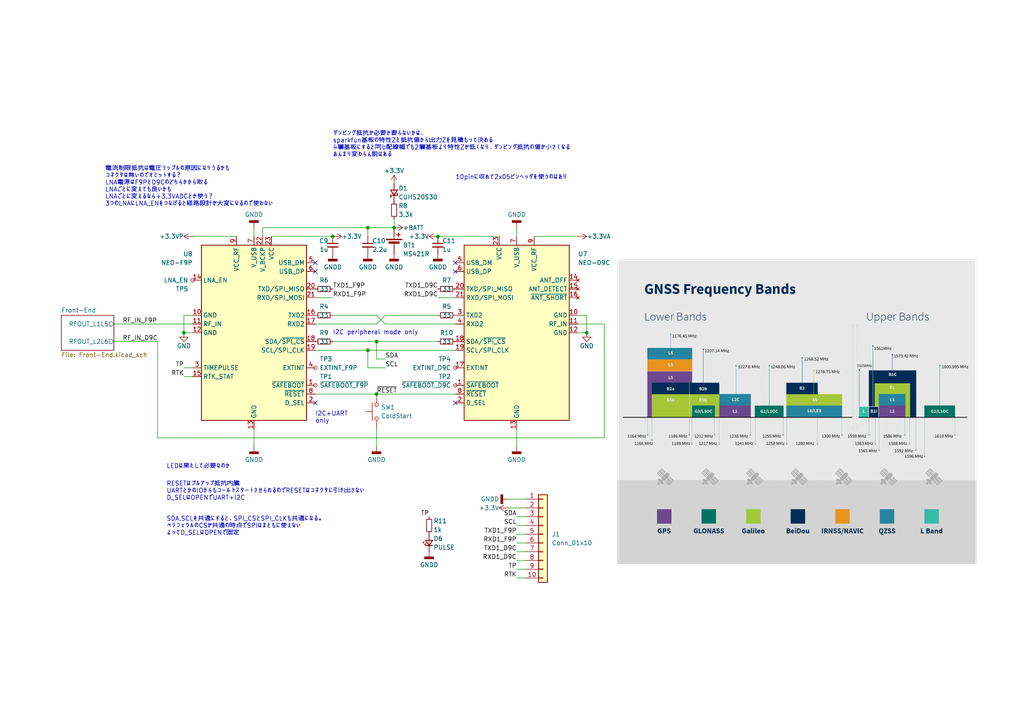
<source format=kicad_sch>
(kicad_sch (version 20231120) (generator "eeschema") (generator_version "8.0")
  (paper "A4")
  (lib_symbols
    (symbol "Connector:TestPoint_Small" (pin_numbers hide) (pin_names (offset 0.762) hide)
      (property "Reference" "TP" (at 0 3.81 0))
      (property "Value" "TestPoint_Small" (at 0 2.032 0))
      (symbol "TestPoint_Small_0_1"
        (circle (center 0 0) (radius 0.508))
      )
      (symbol "TestPoint_Small_1_1"
        (pin passive line (at 0 0 90) (length 0) (name "1") (number "1"))
      )
    )
    (symbol "Connector_Generic:Conn_01x10" (pin_names (offset 1.016) hide)
      (property "Reference" "J" (at 0 12.7 0))
      (property "Value" "Conn_01x10" (at 0 -15.24 0))
      (symbol "Conn_01x10_1_1"
        (rectangle (start -1.27 -12.573) (end 0 -12.827) (stroke (width 0.1524)))
        (rectangle (start -1.27 -10.033) (end 0 -10.287) (stroke (width 0.1524)))
        (rectangle (start -1.27 -7.493) (end 0 -7.747) (stroke (width 0.1524)))
        (rectangle (start -1.27 -4.953) (end 0 -5.207) (stroke (width 0.1524)))
        (rectangle (start -1.27 -2.413) (end 0 -2.667) (stroke (width 0.1524)))
        (rectangle (start -1.27 0.127) (end 0 -0.127) (stroke (width 0.1524)))
        (rectangle (start -1.27 2.667) (end 0 2.413) (stroke (width 0.1524)))
        (rectangle (start -1.27 5.207) (end 0 4.953) (stroke (width 0.1524)))
        (rectangle (start -1.27 7.747) (end 0 7.493) (stroke (width 0.1524)))
        (rectangle (start -1.27 10.287) (end 0 10.033) (stroke (width 0.1524)))
        (rectangle (start -1.27 11.43) (end 1.27 -13.97) (stroke (width 0.254)) (fill (type background)))
        (pin passive line (at -5.08 10.16 0) (length 3.81) (name "Pin_1") (number "1"))
        (pin passive line (at -5.08 -12.7 0) (length 3.81) (name "Pin_10") (number "10"))
        (pin passive line (at -5.08 7.62 0) (length 3.81) (name "Pin_2") (number "2"))
        (pin passive line (at -5.08 5.08 0) (length 3.81) (name "Pin_3") (number "3"))
        (pin passive line (at -5.08 2.54 0) (length 3.81) (name "Pin_4") (number "4"))
        (pin passive line (at -5.08 0 0) (length 3.81) (name "Pin_5") (number "5"))
        (pin passive line (at -5.08 -2.54 0) (length 3.81) (name "Pin_6") (number "6"))
        (pin passive line (at -5.08 -5.08 0) (length 3.81) (name "Pin_7") (number "7"))
        (pin passive line (at -5.08 -7.62 0) (length 3.81) (name "Pin_8") (number "8"))
        (pin passive line (at -5.08 -10.16 0) (length 3.81) (name "Pin_9") (number "9"))
      )
    )
    (symbol "Device:Battery_Cell" (pin_numbers hide) (pin_names (offset 0) hide)
      (property "Reference" "BT" (at 2.54 2.54 0))
      (property "Value" "Battery_Cell" (at 2.54 0 0))
      (symbol "Battery_Cell_0_1"
        (rectangle (start -2.286 1.778) (end 2.286 1.524) (fill (type outline)))
        (rectangle (start -1.524 1.016) (end 1.524 0.508) (fill (type outline)))
        (polyline (pts (xy 0 0.762) (xy 0 0)))
        (polyline (pts (xy 0 1.778) (xy 0 2.54)))
        (polyline (pts (xy 0.762 3.048) (xy 1.778 3.048)) (stroke (width 0.254)))
        (polyline (pts (xy 1.27 3.556) (xy 1.27 2.54)) (stroke (width 0.254)))
      )
      (symbol "Battery_Cell_1_1"
        (pin passive line (at 0 5.08 270) (length 2.54) (name "+") (number "1"))
        (pin passive line (at 0 -2.54 90) (length 2.54) (name "-") (number "2"))
      )
    )
    (symbol "Device:C_Small" (pin_numbers hide) (pin_names (offset 0.254) hide)
      (property "Reference" "C" (at 0.254 1.778 0))
      (property "Value" "C_Small" (at 0.254 -2.032 0))
      (symbol "C_Small_0_1"
        (polyline (pts (xy -1.524 -0.508) (xy 1.524 -0.508)) (stroke (width 0.3302)))
        (polyline (pts (xy -1.524 0.508) (xy 1.524 0.508)) (stroke (width 0.3048)))
      )
      (symbol "C_Small_1_1"
        (pin passive line (at 0 2.54 270) (length 2.032) (name "~") (number "1"))
        (pin passive line (at 0 -2.54 90) (length 2.032) (name "~") (number "2"))
      )
    )
    (symbol "Device:D_Schottky_Small" (pin_numbers hide) (pin_names (offset 0.254) hide)
      (property "Reference" "D" (at -1.27 2.032 0))
      (property "Value" "D_Schottky_Small" (at -7.112 -2.032 0))
      (symbol "D_Schottky_Small_0_1"
        (polyline (pts (xy -0.762 0) (xy 0.762 0)))
        (polyline (pts (xy 0.762 -1.016) (xy -0.762 0) (xy 0.762 1.016) (xy 0.762 -1.016)) (stroke (width 0.254)))
        (polyline (pts (xy -1.27 0.762) (xy -1.27 1.016) (xy -0.762 1.016) (xy -0.762 -1.016) (xy -0.254 -1.016) (xy -0.254 -0.762)) (stroke (width 0.254)))
      )
      (symbol "D_Schottky_Small_1_1"
        (pin passive line (at -2.54 0 0) (length 1.778) (name "K") (number "1"))
        (pin passive line (at 2.54 0 180) (length 1.778) (name "A") (number "2"))
      )
    )
    (symbol "Device:LED_Small" (pin_numbers hide) (pin_names (offset 0.254) hide)
      (property "Reference" "D" (at -1.27 3.175 0))
      (property "Value" "LED_Small" (at -4.445 -2.54 0))
      (symbol "LED_Small_0_1"
        (polyline (pts (xy -0.762 -1.016) (xy -0.762 1.016)) (stroke (width 0.254)))
        (polyline (pts (xy 1.016 0) (xy -0.762 0)))
        (polyline (pts (xy 0.762 -1.016) (xy -0.762 0) (xy 0.762 1.016) (xy 0.762 -1.016)) (stroke (width 0.254)))
        (polyline (pts (xy 0 0.762) (xy -0.508 1.27) (xy -0.254 1.27) (xy -0.508 1.27) (xy -0.508 1.016)))
        (polyline (pts (xy 0.508 1.27) (xy 0 1.778) (xy 0.254 1.778) (xy 0 1.778) (xy 0 1.524)))
      )
      (symbol "LED_Small_1_1"
        (pin passive line (at -2.54 0 0) (length 1.778) (name "K") (number "1"))
        (pin passive line (at 2.54 0 180) (length 1.778) (name "A") (number "2"))
      )
    )
    (symbol "Device:R_Small" (pin_numbers hide) (pin_names (offset 0.254) hide)
      (property "Reference" "R" (at 0.762 0.508 0))
      (property "Value" "R_Small" (at 0.762 -1.016 0))
      (symbol "R_Small_0_1"
        (rectangle (start -0.762 1.778) (end 0.762 -1.778) (stroke (width 0.2032)))
      )
      (symbol "R_Small_1_1"
        (pin passive line (at 0 2.54 270) (length 0.762) (name "~") (number "1"))
        (pin passive line (at 0 -2.54 90) (length 0.762) (name "~") (number "2"))
      )
    )
    (symbol "RF_GNSS_extlib:NEO-D9C"
      (property "Reference" "U" (at -13.97 26.67 0))
      (property "Value" "NEO-D9C" (at 11.43 26.67 0))
      (symbol "NEO-D9C_0_1"
        (rectangle (start -15.24 25.4) (end 15.24 -25.4) (stroke (width 0.254)) (fill (type background)))
      )
      (symbol "NEO-D9C_1_1"
        (pin input line (at -17.78 -15.24 0) (length 2.54) (name "~{SAFEBOOT}") (number "1"))
        (pin power_in line (at 17.78 5.08 180) (length 2.54) (name "GND") (number "10"))
        (pin input line (at 17.78 2.54 180) (length 2.54) (name "RF_IN") (number "11"))
        (pin power_in line (at 17.78 0 180) (length 2.54) (name "GND") (number "12"))
        (pin power_in line (at 0 -27.94 90) (length 2.54) (name "GND") (number "13"))
        (pin no_connect line (at 17.78 15.24 180) (length 2.54) (name "ANT_OFF") (number "14"))
        (pin no_connect line (at 17.78 12.7 180) (length 2.54) (name "ANT_DETECT") (number "15"))
        (pin no_connect line (at 17.78 10.16 180) (length 2.54) (name "~{ANT_SHORT}") (number "16"))
        (pin input line (at -17.78 -10.16 0) (length 2.54) (name "EXTINT") (number "17"))
        (pin bidirectional line (at -17.78 -2.54 0) (length 2.54) (name "SDA/~{SPI_CS}") (number "18"))
        (pin bidirectional line (at -17.78 -5.08 0) (length 2.54) (name "SCL/SPI_CLK") (number "19"))
        (pin input line (at -17.78 -20.32 0) (length 2.54) (name "D_SEL") (number "2"))
        (pin output line (at -17.78 12.7 0) (length 2.54) (name "TXD/SPI_MISO") (number "20"))
        (pin input line (at -17.78 10.16 0) (length 2.54) (name "RXD/SPI_MOSI") (number "21"))
        (pin no_connect line (at -2.54 27.94 270) (length 2.54) hide (name "Reserved") (number "22"))
        (pin power_in line (at -5.08 27.94 270) (length 2.54) (name "VCC") (number "23"))
        (pin passive line (at 0 -27.94 90) (length 2.54) hide (name "GND") (number "24"))
        (pin output line (at -17.78 5.08 0) (length 2.54) (name "TXD2") (number "3"))
        (pin input line (at -17.78 2.54 0) (length 2.54) (name "RXD2") (number "4"))
        (pin bidirectional line (at -17.78 20.32 0) (length 2.54) (name "USB_DM") (number "5"))
        (pin bidirectional line (at -17.78 17.78 0) (length 2.54) (name "USB_DP") (number "6"))
        (pin power_in line (at 0 27.94 270) (length 2.54) (name "V_USB") (number "7"))
        (pin input line (at -17.78 -17.78 0) (length 2.54) (name "~{RESET}") (number "8"))
        (pin power_out line (at 5.08 27.94 270) (length 2.54) (name "VCC_RF") (number "9"))
      )
    )
    (symbol "RF_GNSS_extlib:NEO-F9P"
      (property "Reference" "U" (at -13.97 26.67 0))
      (property "Value" "NEO-F9P" (at 11.43 26.67 0))
      (symbol "NEO-F9P_0_1"
        (rectangle (start -15.24 25.4) (end 15.24 -25.4) (stroke (width 0.254)) (fill (type background)))
      )
      (symbol "NEO-F9P_1_1"
        (pin input line (at -17.78 -15.24 0) (length 2.54) (name "~{SAFEBOOT}") (number "1"))
        (pin power_in line (at 17.78 5.08 180) (length 2.54) (name "GND") (number "10"))
        (pin input line (at 17.78 2.54 180) (length 2.54) (name "RF_IN") (number "11"))
        (pin power_in line (at 17.78 0 180) (length 2.54) (name "GND") (number "12"))
        (pin power_in line (at 0 -27.94 90) (length 2.54) (name "GND") (number "13"))
        (pin output line (at 17.78 15.24 180) (length 2.54) (name "LNA_EN") (number "14"))
        (pin output line (at 17.78 -12.7 180) (length 2.54) (name "RTK_STAT") (number "15"))
        (pin output line (at -17.78 5.08 0) (length 2.54) (name "TXD2") (number "16"))
        (pin input line (at -17.78 2.54 0) (length 2.54) (name "RXD2") (number "17"))
        (pin bidirectional line (at -17.78 -2.54 0) (length 2.54) (name "SDA/~{SPI_CS}") (number "18"))
        (pin bidirectional line (at -17.78 -5.08 0) (length 2.54) (name "SCL/SPI_CLK") (number "19"))
        (pin input line (at -17.78 -20.32 0) (length 2.54) (name "D_SEL") (number "2"))
        (pin output line (at -17.78 12.7 0) (length 2.54) (name "TXD/SPI_MISO") (number "20"))
        (pin input line (at -17.78 10.16 0) (length 2.54) (name "RXD/SPI_MOSI") (number "21"))
        (pin power_in line (at -2.54 27.94 270) (length 2.54) (name "V_BCKP") (number "22"))
        (pin power_in line (at -5.08 27.94 270) (length 2.54) (name "VCC") (number "23"))
        (pin passive line (at 0 -27.94 90) (length 2.54) hide (name "GND") (number "24"))
        (pin output line (at 17.78 -10.16 180) (length 2.54) (name "TIMEPULSE") (number "3"))
        (pin input line (at -17.78 -10.16 0) (length 2.54) (name "EXTINT") (number "4"))
        (pin bidirectional line (at -17.78 20.32 0) (length 2.54) (name "USB_DM") (number "5"))
        (pin bidirectional line (at -17.78 17.78 0) (length 2.54) (name "USB_DP") (number "6"))
        (pin power_in line (at 0 27.94 270) (length 2.54) (name "V_USB") (number "7"))
        (pin input line (at -17.78 -17.78 0) (length 2.54) (name "~{RESET}") (number "8"))
        (pin power_out line (at 5.08 27.94 270) (length 2.54) (name "VCC_RF") (number "9"))
      )
    )
    (symbol "Switch:SW_Push" (pin_numbers hide) (pin_names (offset 1.016) hide)
      (property "Reference" "SW" (at 1.27 2.54 0))
      (property "Value" "SW_Push" (at 0 -1.524 0))
      (symbol "SW_Push_0_1"
        (circle (center -2.032 0) (radius 0.508))
        (polyline (pts (xy 0 1.27) (xy 0 3.048)))
        (polyline (pts (xy 2.54 1.27) (xy -2.54 1.27)))
        (circle (center 2.032 0) (radius 0.508))
        (pin passive line (at -5.08 0 0) (length 2.54) (name "1") (number "1"))
        (pin passive line (at 5.08 0 180) (length 2.54) (name "2") (number "2"))
      )
    )
    (symbol "power:+3.3V" (power) (pin_numbers hide) (pin_names (offset 0) hide)
      (property "Value" "+3.3V" (at 0 3.556 0))
      (symbol "+3.3V_0_1"
        (polyline (pts (xy -0.762 1.27) (xy 0 2.54)))
        (polyline (pts (xy 0 0) (xy 0 2.54)))
        (polyline (pts (xy 0 2.54) (xy 0.762 1.27)))
      )
      (symbol "+3.3V_1_1"
        (pin power_in line (at 0 0 90) (length 0) (name "~") (number "1"))
      )
    )
    (symbol "power:+3.3VA" (power) (pin_numbers hide) (pin_names (offset 0) hide)
      (property "Value" "+3.3VA" (at 0 3.556 0))
      (symbol "+3.3VA_0_1"
        (polyline (pts (xy -0.762 1.27) (xy 0 2.54)))
        (polyline (pts (xy 0 0) (xy 0 2.54)))
        (polyline (pts (xy 0 2.54) (xy 0.762 1.27)))
      )
      (symbol "+3.3VA_1_1"
        (pin power_in line (at 0 0 90) (length 0) (name "~") (number "1"))
      )
    )
    (symbol "power:+3.3VP" (power) (pin_numbers hide) (pin_names (offset 0) hide)
      (property "Value" "+3.3VP" (at 0 3.556 0))
      (symbol "+3.3VP_0_0"
        (pin power_in line (at 0 0 90) (length 0) (name "~") (number "1"))
      )
      (symbol "+3.3VP_0_1"
        (polyline (pts (xy -0.762 1.27) (xy 0 2.54)))
        (polyline (pts (xy 0 0) (xy 0 2.54)))
        (polyline (pts (xy 0 2.54) (xy 0.762 1.27)))
      )
    )
    (symbol "power:+BATT" (power) (pin_numbers hide) (pin_names (offset 0) hide)
      (property "Value" "+BATT" (at 0 3.556 0))
      (symbol "+BATT_0_1"
        (polyline (pts (xy -0.762 1.27) (xy 0 2.54)))
        (polyline (pts (xy 0 0) (xy 0 2.54)))
        (polyline (pts (xy 0 2.54) (xy 0.762 1.27)))
      )
      (symbol "+BATT_1_1"
        (pin power_in line (at 0 0 90) (length 0) (name "~") (number "1"))
      )
    )
    (symbol "power:GND" (power) (pin_numbers hide) (pin_names (offset 0) hide)
      (property "Value" "GND" (at 0 -3.81 0))
      (symbol "GND_0_1"
        (polyline (pts (xy 0 0) (xy 0 -1.27) (xy 1.27 -1.27) (xy 0 -2.54) (xy -1.27 -1.27) (xy 0 -1.27)))
      )
      (symbol "GND_1_1"
        (pin power_in line (at 0 0 270) (length 0) (name "~") (number "1"))
      )
    )
    (symbol "power:GNDD" (power) (pin_numbers hide) (pin_names (offset 0) hide)
      (property "Value" "GNDD" (at 0 -3.175 0))
      (symbol "GNDD_0_1"
        (rectangle (start -1.27 -1.524) (end 1.27 -2.032) (stroke (width 0.254)) (fill (type outline)))
        (polyline (pts (xy 0 0) (xy 0 -1.524)))
      )
      (symbol "GNDD_1_1"
        (pin power_in line (at 0 0 270) (length 0) (name "~") (number "1"))
      )
    )
  )
  (junction (at 114.3 66.04))
  (junction (at 96.52 68.58))
  (junction (at 109.22 114.3))
  (junction (at 127 68.58))
  (junction (at 53.34 96.52))
  (junction (at 106.68 66.04))
  (junction (at 109.22 99.06))
  (junction (at 106.68 101.6))
  (junction (at 170.18 96.52))
  (no_connect (at 91.44 116.84))
  (no_connect (at 132.08 116.84))
  (no_connect (at 132.08 76.2))
  (no_connect (at 132.08 78.74))
  (no_connect (at 91.44 76.2))
  (no_connect (at 91.44 78.74))
  (wire (pts (xy 175.26 93.98) (xy 175.26 127)))
  (wire (pts (xy 144.78 68.58) (xy 127 68.58)))
  (wire (pts (xy 167.64 96.52) (xy 170.18 96.52)))
  (wire (pts (xy 91.44 93.98) (xy 109.22 93.98)))
  (wire (pts (xy 109.22 99.06) (xy 127 99.06)))
  (wire (pts (xy 149.86 66.04) (xy 149.86 68.58)))
  (wire (pts (xy 73.66 124.46) (xy 73.66 129.54)))
  (wire (pts (xy 78.74 68.58) (xy 96.52 68.58)))
  (wire (pts (xy 109.22 91.44) (xy 111.76 93.98)))
  (wire (pts (xy 149.86 167.64) (xy 152.4 167.64)))
  (wire (pts (xy 76.2 66.04) (xy 106.68 66.04)))
  (wire (pts (xy 147.32 147.32) (xy 152.4 147.32)))
  (wire (pts (xy 149.86 162.56) (xy 152.4 162.56)))
  (wire (pts (xy 53.34 91.44) (xy 53.34 96.52)))
  (wire (pts (xy 45.72 127) (xy 45.72 99.06)))
  (wire (pts (xy 96.52 99.06) (xy 109.22 99.06)))
  (wire (pts (xy 53.34 96.52) (xy 55.88 96.52)))
  (wire (pts (xy 149.86 165.1) (xy 152.4 165.1)))
  (wire (pts (xy 149.86 157.48) (xy 152.4 157.48)))
  (wire (pts (xy 149.86 160.02) (xy 152.4 160.02)))
  (wire (pts (xy 167.64 91.44) (xy 170.18 91.44)))
  (wire (pts (xy 106.68 66.04) (xy 114.3 66.04)))
  (wire (pts (xy 114.3 63.5) (xy 114.3 66.04)))
  (wire (pts (xy 175.26 127) (xy 45.72 127)))
  (wire (pts (xy 96.52 91.44) (xy 109.22 91.44)))
  (wire (pts (xy 111.76 91.44) (xy 109.22 93.98)))
  (wire (pts (xy 149.86 149.86) (xy 152.4 149.86)))
  (wire (pts (xy 127 86.36) (xy 132.08 86.36)))
  (wire (pts (xy 167.64 93.98) (xy 175.26 93.98)))
  (wire (pts (xy 55.88 91.44) (xy 53.34 91.44)))
  (wire (pts (xy 73.66 66.04) (xy 73.66 68.58)))
  (wire (pts (xy 109.22 124.46) (xy 109.22 129.54)))
  (wire (pts (xy 55.88 68.58) (xy 68.58 68.58)))
  (wire (pts (xy 106.68 101.6) (xy 132.08 101.6)))
  (wire (pts (xy 91.44 114.3) (xy 109.22 114.3)))
  (wire (pts (xy 91.44 86.36) (xy 96.52 86.36)))
  (wire (pts (xy 53.34 109.22) (xy 55.88 109.22)))
  (wire (pts (xy 106.68 66.04) (xy 106.68 68.58)))
  (wire (pts (xy 170.18 91.44) (xy 170.18 96.52)))
  (wire (pts (xy 33.02 93.98) (xy 55.88 93.98)))
  (wire (pts (xy 111.76 104.14) (xy 109.22 104.14)))
  (wire (pts (xy 149.86 152.4) (xy 152.4 152.4)))
  (wire (pts (xy 45.72 99.06) (xy 33.02 99.06)))
  (wire (pts (xy 167.64 68.58) (xy 154.94 68.58)))
  (wire (pts (xy 127 91.44) (xy 111.76 91.44)))
  (wire (pts (xy 111.76 106.68) (xy 106.68 106.68)))
  (wire (pts (xy 149.86 124.46) (xy 149.86 129.54)))
  (wire (pts (xy 106.68 106.68) (xy 106.68 101.6)))
  (wire (pts (xy 91.44 101.6) (xy 106.68 101.6)))
  (wire (pts (xy 147.32 144.78) (xy 152.4 144.78)))
  (wire (pts (xy 109.22 114.3) (xy 132.08 114.3)))
  (wire (pts (xy 53.34 106.68) (xy 55.88 106.68)))
  (wire (pts (xy 149.86 154.94) (xy 152.4 154.94)))
  (wire (pts (xy 111.76 93.98) (xy 132.08 93.98)))
  (wire (pts (xy 109.22 104.14) (xy 109.22 99.06)))
  (wire (pts (xy 76.2 68.58) (xy 76.2 66.04)))
  (image (at 231.14 119.38) (scale 0.852982))
  (text "ダンピング抵抗が必要か要らないかは、\nsparkfun基板の特性Zと抵抗値から出力Zを見積もって決める\n4層基板にすると同じ配線幅でも2層基板より特性Zが低くなり、ダンピング抵抗の値が小さくなる\nあんまり変わらん説はある" (at 96.52 38.1 0) (effects (font (size 1.27 1.27)) (justify left top)))
  (text "LEDは果たして必要なのか" (at 48.26 134.62 0) (effects (font (size 1.27 1.27)) (justify left top)))
  (text "電流制限抵抗は電圧リップルの原因になりうるかも\nコネクタは無いのでオミットする？\nLNA電源はF9PとD9Cのどちらかから取る\nLNAごとに変えても良いかも\nLNAごとに変えるなら+3.3VADCとか使う？\n3つのLNAにLNA_ENをつなげると経路設計が大変になるので使わない" (at 30.48 48.26 0) (effects (font (size 1.27 1.27)) (justify left top)))
  (text "10pinに収めて2x05ピンヘッダを使うのはあり" (at 132.08 50.8 0) (effects (font (size 1.27 1.27)) (justify left top)))
  (text "I2C peripheral mode only" (at 96.52 96.52 0) (effects (font (size 1.27 1.27)) (justify left)))
  (text "I2C+UART\nonly" (at 91.44 119.38 0) (effects (font (size 1.27 1.27)) (justify left top)))
  (text "SDA,SCLを共通にすると、SPI_CSとSPI_CLKも共通になる。\nペリフェラルのCSが共通の時点でSPIはまともに使えない\nよってD_SELはOPENで固定" (at 48.26 149.86 0) (effects (font (size 1.27 1.27)) (justify left top)))
  (text "RESETはプルアップ抵抗内臓\nUARTとかのIOからもコールドスタートさせられるのでRESETはコネクタに引き出さない\nD_SELはOPENでUART+I2C" (at 48.26 139.7 0) (effects (font (size 1.27 1.27)) (justify left top)))
  (label "RXD1_D9C" (at 149.86 162.56 180))
  (label "~{RESET}" (at 109.22 114.3 0))
  (label "TP" (at 124.46 149.86 180))
  (label "RXD1_F9P" (at 149.86 157.48 180))
  (label "RTK" (at 53.34 109.22 180))
  (label "TP" (at 149.86 165.1 180))
  (label "TXD1_F9P" (at 149.86 154.94 180))
  (label "TXD1_F9P" (at 96.52 83.82 0))
  (label "SCL" (at 149.86 152.4 180))
  (label "RXD1_F9P" (at 96.52 86.36 0))
  (label "TP" (at 53.34 106.68 180))
  (label "TXD1_D9C" (at 149.86 160.02 180))
  (label "RXD1_D9C" (at 127 86.36 180))
  (label "RF_IN_F9P" (at 35.56 93.98 0))
  (label "SDA" (at 111.76 104.14 0))
  (label "SCL" (at 111.76 106.68 0))
  (label "RTK" (at 149.86 167.64 180))
  (label "TXD1_D9C" (at 127 83.82 180))
  (label "RF_IN_D9C" (at 35.56 99.06 0))
  (label "SDA" (at 149.86 149.86 180))
  (symbol (lib_id "power:+3.3VP") (at 55.88 68.58 90) (unit 1)
    (property "Reference" "#PWR047" (effects (hide yes)))
    (property "Value" "+3.3VP" (at 53.34 68.58 90) (effects (justify left)))
    (property "Description" "Power symbol creates a global label with name \"+3.3VP\"" (effects (hide yes)))
  )
  (symbol (lib_id "RF_GNSS_extlib:NEO-D9C") (at 149.86 96.52 0) (unit 1)
    (property "Reference" "U7" (at 167.64 73.66 0) (effects (justify left)))
    (property "Value" "NEO-D9C" (at 167.64 76.2 0) (effects (justify left)))
    (property "Footprint" "RF_GNSS_extlib:ublox_NEO" (effects (hide yes)))
    (property "Datasheet" "https://content.u-blox.com/sites/default/files/NEO-D9C-00B_DataSheet_UBX-17053092.pdf" (effects (hide yes)))
    (property "Description" "u-blox QZSS L6 correction data receiver" (effects (hide yes)))
  )
  (symbol (lib_id "Device:R_Small") (at 129.54 99.06 90) (unit 1)
    (property "Reference" "R10" (at 129.54 96.52 90))
    (property "Value" "33" (at 129.54 99.06 90))
    (property "Footprint" "Resistor_SMD:R_0402_1005Metric" (effects (hide yes)))
    (property "Description" "Resistor, small symbol" (effects (hide yes)))
  )
  (symbol (lib_id "Device:R_Small") (at 93.98 91.44 90) (unit 1)
    (property "Reference" "R4" (at 93.98 88.9 90))
    (property "Value" "33" (at 93.98 91.44 90))
    (property "Footprint" "Resistor_SMD:R_0402_1005Metric" (effects (hide yes)))
    (property "Description" "Resistor, small symbol" (effects (hide yes)))
  )
  (symbol (lib_id "Device:C_Small") (at 127 71.12 0) (unit 1)
    (property "Reference" "C11" (at 128.27 69.85 0) (effects (justify left)))
    (property "Value" "1u" (at 128.27 72.39 0) (effects (justify left)))
    (property "Footprint" "Capacitor_SMD:C_0603_1608Metric" (effects (hide yes)))
    (property "Description" "Unpolarized capacitor, small symbol" (effects (hide yes)))
  )
  (symbol (lib_id "power:GND") (at 170.18 96.52 0) (unit 1)
    (property "Reference" "#PWR027" (effects (hide yes)))
    (property "Value" "GND" (at 170.18 100.33 0))
    (property "Description" "Power symbol creates a global label with name \"GND\" , ground" (effects (hide yes)))
  )
  (symbol (lib_id "Device:R_Small") (at 129.54 91.44 90) (unit 1)
    (property "Reference" "R5" (at 129.54 88.9 90))
    (property "Value" "33" (at 129.54 91.44 90))
    (property "Footprint" "Resistor_SMD:R_0402_1005Metric" (effects (hide yes)))
    (property "Description" "Resistor, small symbol" (effects (hide yes)))
  )
  (symbol (lib_id "Connector:TestPoint_Small") (at 132.08 106.68 0) (mirror y) (unit 1)
    (property "Reference" "TP4" (at 130.81 104.14 0) (effects (justify left)))
    (property "Value" "EXTINT_D9C" (at 130.81 106.68 0) (effects (justify left)))
    (property "Footprint" "TestPoint:TestPoint_Pad_D1.0mm" (effects (hide yes)))
    (property "Description" "test point" (effects (hide yes)))
  )
  (symbol (lib_id "Device:R_Small") (at 93.98 99.06 90) (unit 1)
    (property "Reference" "R9" (at 93.98 96.52 90))
    (property "Value" "33" (at 93.98 99.06 90))
    (property "Footprint" "Resistor_SMD:R_0402_1005Metric" (effects (hide yes)))
    (property "Description" "Resistor, small symbol" (effects (hide yes)))
  )
  (symbol (lib_id "power:+BATT") (at 114.3 66.04 270) (unit 1)
    (property "Reference" "#PWR035" (effects (hide yes)))
    (property "Value" "+BATT" (at 116.84 66.04 90) (effects (justify left)))
    (property "Description" "Power symbol creates a global label with name \"+BATT\"" (effects (hide yes)))
  )
  (symbol (lib_id "power:GND") (at 53.34 96.52 0) (unit 1)
    (property "Reference" "#PWR026" (effects (hide yes)))
    (property "Value" "GND" (at 53.34 100.33 0))
    (property "Description" "Power symbol creates a global label with name \"GND\" , ground" (effects (hide yes)))
  )
  (symbol (lib_id "Device:R_Small") (at 114.3 60.96 0) (unit 1)
    (property "Reference" "R8" (at 115.57 59.69 0) (effects (justify left)))
    (property "Value" "3.3k" (at 115.57 62.23 0) (effects (justify left)))
    (property "Footprint" "Resistor_SMD:R_0402_1005Metric" (effects (hide yes)))
    (property "Description" "Resistor, small symbol" (effects (hide yes)))
  )
  (symbol (lib_id "Connector:TestPoint_Small") (at 132.08 111.76 0) (mirror y) (unit 1)
    (property "Reference" "TP2" (at 130.81 109.22 0) (effects (justify left)))
    (property "Value" "~{SAFEBOOT_D9C}" (at 130.81 111.76 0) (effects (justify left)))
    (property "Footprint" "TestPoint:TestPoint_Pad_D1.0mm" (effects (hide yes)))
    (property "Description" "test point" (effects (hide yes)))
  )
  (symbol (lib_id "power:GNDD") (at 149.86 129.54 0) (unit 1)
    (property "Reference" "#PWR025" (effects (hide yes)))
    (property "Value" "GNDD" (at 149.86 133.35 0))
    (property "Description" "Power symbol creates a global label with name \"GNDD\" , digital ground" (effects (hide yes)))
  )
  (symbol (lib_id "Device:C_Small") (at 106.68 71.12 0) (unit 1)
    (property "Reference" "C10" (at 107.95 69.85 0) (effects (justify left)))
    (property "Value" "2.2u" (at 107.95 72.39 0) (effects (justify left)))
    (property "Footprint" "Capacitor_SMD:C_0603_1608Metric" (effects (hide yes)))
    (property "Description" "Unpolarized capacitor, small symbol" (effects (hide yes)))
  )
  (symbol (lib_id "power:GNDD") (at 106.68 73.66 0) (unit 1)
    (property "Reference" "#PWR038" (effects (hide yes)))
    (property "Value" "GNDD" (at 106.68 77.47 0))
    (property "Description" "Power symbol creates a global label with name \"GNDD\" , digital ground" (effects (hide yes)))
  )
  (symbol (lib_id "power:+3.3V") (at 114.3 53.34 0) (unit 1)
    (property "Reference" "#PWR033" (effects (hide yes)))
    (property "Value" "+3.3V" (at 114.3 49.53 0))
    (property "Description" "Power symbol creates a global label with name \"+3.3V\"" (effects (hide yes)))
  )
  (symbol (lib_id "Device:R_Small") (at 93.98 83.82 90) (unit 1)
    (property "Reference" "R6" (at 93.98 81.28 90))
    (property "Value" "33" (at 93.98 83.82 90))
    (property "Footprint" "Resistor_SMD:R_0402_1005Metric" (effects (hide yes)))
    (property "Description" "Resistor, small symbol" (effects (hide yes)))
  )
  (symbol (lib_id "power:+3.3V") (at 147.32 147.32 90) (mirror x) (unit 1)
    (property "Reference" "#PWR046" (effects (hide yes)))
    (property "Value" "+3.3V" (at 144.78 147.32 90) (effects (justify left)))
    (property "Description" "Power symbol creates a global label with name \"+3.3V\"" (effects (hide yes)))
  )
  (symbol (lib_id "power:GNDD") (at 96.52 73.66 0) (unit 1)
    (property "Reference" "#PWR037" (effects (hide yes)))
    (property "Value" "GNDD" (at 96.52 77.47 0))
    (property "Description" "Power symbol creates a global label with name \"GNDD\" , digital ground" (effects (hide yes)))
  )
  (symbol (lib_id "power:GNDD") (at 73.66 129.54 0) (unit 1)
    (property "Reference" "#PWR024" (effects (hide yes)))
    (property "Value" "GNDD" (at 73.66 133.35 0))
    (property "Description" "Power symbol creates a global label with name \"GNDD\" , digital ground" (effects (hide yes)))
  )
  (symbol (lib_id "Switch:SW_Push") (at 109.22 119.38 90) (unit 1)
    (property "Reference" "SW1" (at 110.49 118.11 90) (effects (justify right)))
    (property "Value" "ColdStart" (at 110.49 120.65 90) (effects (justify right)))
    (property "Footprint" "Button_Switch_SMD:SW_Push_1P1T_NO_Vertical_Wuerth_434133025816" (effects (hide yes)))
    (property "Description" "Push button switch, generic, two pins" (effects (hide yes)))
  )
  (symbol (lib_id "power:GNDD") (at 73.66 66.04 180) (unit 1)
    (property "Reference" "#PWR028" (effects (hide yes)))
    (property "Value" "GNDD" (at 73.66 62.23 0))
    (property "Description" "Power symbol creates a global label with name \"GNDD\" , digital ground" (effects (hide yes)))
  )
  (symbol (lib_id "Device:R_Small") (at 124.46 152.4 0) (unit 1)
    (property "Reference" "R11" (at 125.73 151.13 0) (effects (justify left)))
    (property "Value" "1k" (at 125.73 153.67 0) (effects (justify left)))
    (property "Footprint" "Resistor_SMD:R_0402_1005Metric" (effects (hide yes)))
    (property "Description" "Resistor, small symbol" (effects (hide yes)))
  )
  (symbol (lib_id "Connector:TestPoint_Small") (at 55.88 81.28 0) (mirror y) (unit 1)
    (property "Reference" "TP5" (at 54.61 83.82 0) (effects (justify left)))
    (property "Value" "LNA_EN" (at 54.61 81.28 0) (effects (justify left)))
    (property "Footprint" "TestPoint:TestPoint_Pad_D1.0mm" (effects (hide yes)))
    (property "Description" "test point" (effects (hide yes)))
  )
  (symbol (lib_id "power:GNDD") (at 124.46 160.02 0) (unit 1)
    (property "Reference" "#PWR043" (effects (hide yes)))
    (property "Value" "GNDD" (at 124.46 163.83 0))
    (property "Description" "Power symbol creates a global label with name \"GNDD\" , digital ground" (effects (hide yes)))
  )
  (symbol (lib_id "power:GNDD") (at 127 73.66 0) (mirror y) (unit 1)
    (property "Reference" "#PWR040" (effects (hide yes)))
    (property "Value" "GNDD" (at 127 77.47 0))
    (property "Description" "Power symbol creates a global label with name \"GNDD\" , digital ground" (effects (hide yes)))
  )
  (symbol (lib_id "Device:D_Schottky_Small") (at 114.3 55.88 90) (unit 1)
    (property "Reference" "D1" (at 115.57 54.61 90) (effects (justify right)))
    (property "Value" "CUHS20S30" (at 115.57 57.15 90) (effects (justify right)))
    (property "Footprint" "Diode_SMD_extlib:D_Toshiba_US2H" (effects (hide yes)))
    (property "Description" "Schottky diode, small symbol" (effects (hide yes)))
  )
  (symbol (lib_id "power:GNDD") (at 114.3 73.66 0) (unit 1)
    (property "Reference" "#PWR034" (effects (hide yes)))
    (property "Value" "GNDD" (at 114.3 77.47 0))
    (property "Description" "Power symbol creates a global label with name \"GNDD\" , digital ground" (effects (hide yes)))
  )
  (symbol (lib_id "Connector:TestPoint_Small") (at 91.44 111.76 0) (unit 1)
    (property "Reference" "TP1" (at 92.71 109.22 0) (effects (justify left)))
    (property "Value" "~{SAFEBOOT_F9P}" (at 92.71 111.76 0) (effects (justify left)))
    (property "Footprint" "TestPoint:TestPoint_Pad_D1.0mm" (effects (hide yes)))
    (property "Description" "test point" (effects (hide yes)))
  )
  (symbol (lib_id "Connector_Generic:Conn_01x10") (at 157.48 154.94 0) (unit 1)
    (property "Reference" "J1" (at 160.02 154.9399 0) (effects (justify left)))
    (property "Value" "Conn_01x10" (at 160.02 157.4799 0) (effects (justify left)))
    (property "Footprint" "Connector_PinHeader_1.27mm:PinHeader_2x05_P1.27mm_Vertical_SMD" (effects (hide yes)))
    (property "Description" "Generic connector, single row, 01x10, script generated (kicad-library-utils/schlib/autogen/connector/)" (effects (hide yes)))
  )
  (symbol (lib_id "Device:C_Small") (at 96.52 71.12 0) (mirror y) (unit 1)
    (property "Reference" "C9" (at 95.25 69.85 0) (effects (justify left)))
    (property "Value" "1u" (at 95.25 72.39 0) (effects (justify left)))
    (property "Footprint" "Capacitor_SMD:C_0603_1608Metric" (effects (hide yes)))
    (property "Description" "Unpolarized capacitor, small symbol" (effects (hide yes)))
  )
  (symbol (lib_id "power:GNDD") (at 147.32 144.78 270) (unit 1)
    (property "Reference" "#PWR045" (effects (hide yes)))
    (property "Value" "GNDD" (at 144.78 144.78 90) (effects (justify right)))
    (property "Description" "Power symbol creates a global label with name \"GNDD\" , digital ground" (effects (hide yes)))
  )
  (symbol (lib_id "power:+3.3V") (at 96.52 68.58 270) (unit 1)
    (property "Reference" "#PWR036" (effects (hide yes)))
    (property "Value" "+3.3V" (at 99.06 68.58 90) (effects (justify left)))
    (property "Description" "Power symbol creates a global label with name \"+3.3V\"" (effects (hide yes)))
  )
  (symbol (lib_id "power:+3.3V") (at 127 68.58 90) (mirror x) (unit 1)
    (property "Reference" "#PWR039" (effects (hide yes)))
    (property "Value" "+3.3V" (at 124.46 68.58 90) (effects (justify left)))
    (property "Description" "Power symbol creates a global label with name \"+3.3V\"" (effects (hide yes)))
  )
  (symbol (lib_id "power:GNDD") (at 109.22 129.54 0) (unit 1)
    (property "Reference" "#PWR030" (effects (hide yes)))
    (property "Value" "GNDD" (at 109.22 133.35 0))
    (property "Description" "Power symbol creates a global label with name \"GNDD\" , digital ground" (effects (hide yes)))
  )
  (symbol (lib_id "power:GNDD") (at 149.86 66.04 180) (unit 1)
    (property "Reference" "#PWR029" (effects (hide yes)))
    (property "Value" "GNDD" (at 149.86 62.23 0))
    (property "Description" "Power symbol creates a global label with name \"GNDD\" , digital ground" (effects (hide yes)))
  )
  (symbol (lib_id "Device:LED_Small") (at 124.46 157.48 90) (unit 1)
    (property "Reference" "D6" (at 125.73 156.21 90) (effects (justify right)))
    (property "Value" "PULSE" (at 125.73 158.75 90) (effects (justify right)))
    (property "Footprint" "LED_SMD:LED_0402_1005Metric" (effects (hide yes)))
    (property "Description" "Light emitting diode, small symbol" (effects (hide yes)))
  )
  (symbol (lib_id "Device:R_Small") (at 129.54 83.82 90) (unit 1)
    (property "Reference" "R7" (at 129.54 81.28 90))
    (property "Value" "33" (at 129.54 83.82 90))
    (property "Footprint" "Resistor_SMD:R_0402_1005Metric" (effects (hide yes)))
    (property "Description" "Resistor, small symbol" (effects (hide yes)))
  )
  (symbol (lib_id "RF_GNSS_extlib:NEO-F9P") (at 73.66 96.52 0) (mirror y) (unit 1)
    (property "Reference" "U8" (at 55.88 73.66 0) (effects (justify left)))
    (property "Value" "NEO-F9P" (at 55.88 76.2 0) (effects (justify left)))
    (property "Footprint" "RF_GNSS_extlib:ublox_NEO" (effects (hide yes)))
    (property "Datasheet" "https://content.u-blox.com/sites/default/files/documents/NEO-F9P-15B_DataSheet_UBX-22021920.pdf" (effects (hide yes)))
    (property "Description" "u-blox F9 high precision GNSS module" (effects (hide yes)))
  )
  (symbol (lib_id "power:+3.3VA") (at 167.64 68.58 270) (mirror x) (unit 1)
    (property "Reference" "#PWR044" (effects (hide yes)))
    (property "Value" "+3.3VA" (at 170.18 68.58 90) (effects (justify left)))
    (property "Description" "Power symbol creates a global label with name \"+3.3VA\"" (effects (hide yes)))
  )
  (symbol (lib_id "Connector:TestPoint_Small") (at 91.44 106.68 0) (unit 1)
    (property "Reference" "TP3" (at 92.71 104.14 0) (effects (justify left)))
    (property "Value" "EXTINT_F9P" (at 92.71 106.68 0) (effects (justify left)))
    (property "Footprint" "TestPoint:TestPoint_Pad_D1.0mm" (effects (hide yes)))
    (property "Description" "test point" (effects (hide yes)))
  )
  (symbol (lib_id "Device:Battery_Cell") (at 114.3 71.12 0) (unit 1)
    (property "Reference" "BT1" (at 116.84 71.12 0) (effects (justify left)))
    (property "Value" "MS421R" (at 116.84 73.66 0) (effects (justify left)))
    (property "Footprint" "Battery_extlib:Battery_Seiko_MS421R" (effects (hide yes)))
    (property "Description" "Single-cell battery" (effects (hide yes)))
  )
  (sheet (at 17.78 91.44) (size 15.24 10.16) (stroke (width 0.1524))
    (property "Sheetname" "Front-End" (at 17.78 90.7284 0) (effects (justify left bottom)))
    (property "Sheetfile" "Front-End.kicad_sch" (at 17.78 102.1846 0) (effects (justify left top)))
    (pin "RFOUT_L1L5" output (at 33.02 93.98 0))
    (pin "RFOUT_L2L6" output (at 33.02 99.06 0))
  )
)
</source>
